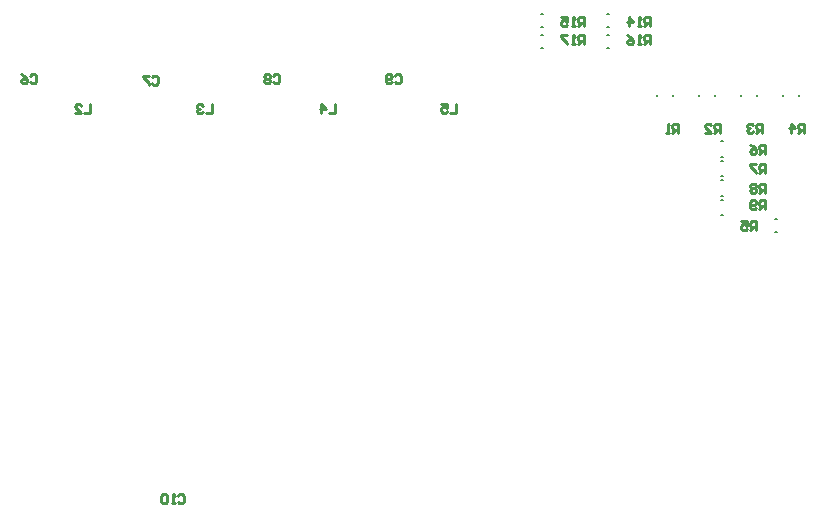
<source format=gbr>
%FSTAX23Y23*%
%MOIN*%
%SFA1B1*%

%IPPOS*%
%ADD42C,0.008000*%
%ADD43C,0.010000*%
%LNtemperature_monitor_&_display_legend_bot-1*%
%LPD*%
G54D42*
X02278Y01798D02*
X02282D01*
X02278Y01842D02*
X02282D01*
X02278Y01868D02*
X02282D01*
X02278Y01912D02*
X02282D01*
X02058Y01798D02*
X02062D01*
X02058Y01842D02*
X02062D01*
X02058Y01868D02*
X02062D01*
X02058Y01912D02*
X02062D01*
X02838Y01227D02*
X02842D01*
X02838Y01183D02*
X02842D01*
X02658Y01239D02*
X02662D01*
X02658Y01291D02*
X02662D01*
X02658Y01304D02*
X02662D01*
X02658Y01356D02*
X02662D01*
X02658Y01369D02*
X02662D01*
X02658Y01421D02*
X02662D01*
X02658Y01434D02*
X02662D01*
X02658Y01486D02*
X02662D01*
X02496Y01637D02*
Y01641D01*
X02444Y01637D02*
Y01641D01*
X02864Y01637D02*
Y01641D01*
X02916Y01637D02*
Y01641D01*
X02724Y01637D02*
Y01641D01*
X02776Y01637D02*
Y01641D01*
X02584Y01637D02*
Y01641D01*
X02636Y01637D02*
Y01641D01*
G54D43*
X022Y0181D02*
Y0184D01*
X02185*
X0218Y01835*
Y01825*
X02185Y0182*
X022*
X0219D02*
X0218Y0181D01*
X0217D02*
X0216D01*
X02165*
Y0184*
X0217Y01835*
X02145Y0184D02*
X02125D01*
Y01835*
X02145Y01815*
Y0181*
X0242D02*
Y0184D01*
X02405*
X024Y01835*
Y01825*
X02405Y0182*
X0242*
X0241D02*
X024Y0181D01*
X0239D02*
X0238D01*
X02385*
Y0184*
X0239Y01835*
X02345Y0184D02*
X02355Y01835D01*
X02365Y01825*
Y01815*
X0236Y0181*
X0235*
X02345Y01815*
Y0182*
X0235Y01825*
X02365*
X022Y0187D02*
Y019D01*
X02185*
X0218Y01895*
Y01885*
X02185Y0188*
X022*
X0219D02*
X0218Y0187D01*
X0217D02*
X0216D01*
X02165*
Y019*
X0217Y01895*
X02125Y019D02*
X02145D01*
Y01885*
X02135Y0189*
X0213*
X02125Y01885*
Y01875*
X0213Y0187*
X0214*
X02145Y01875*
X0242Y0187D02*
Y019D01*
X02405*
X024Y01895*
Y01885*
X02405Y0188*
X0242*
X0241D02*
X024Y0187D01*
X0239D02*
X0238D01*
X02385*
Y019*
X0239Y01895*
X0235Y0187D02*
Y019D01*
X02365Y01885*
X02345*
X02805Y0126D02*
Y0129D01*
X0279*
X02785Y01285*
Y01275*
X0279Y0127*
X02805*
X02795D02*
X02785Y0126D01*
X02775Y01265D02*
X0277Y0126D01*
X0276*
X02755Y01265*
Y01285*
X0276Y0129*
X0277*
X02775Y01285*
Y0128*
X0277Y01275*
X02755*
X02805Y01315D02*
Y01345D01*
X0279*
X02785Y0134*
Y0133*
X0279Y01325*
X02805*
X02795D02*
X02785Y01315D01*
X02775Y0134D02*
X0277Y01345D01*
X0276*
X02755Y0134*
Y01335*
X0276Y0133*
X02755Y01325*
Y0132*
X0276Y01315*
X0277*
X02775Y0132*
Y01325*
X0277Y0133*
X02775Y01335*
Y0134*
X0277Y0133D02*
X0276D01*
X02805Y0138D02*
Y0141D01*
X0279*
X02785Y01405*
Y01395*
X0279Y0139*
X02805*
X02795D02*
X02785Y0138D01*
X02775Y0141D02*
X02755D01*
Y01405*
X02775Y01385*
Y0138*
X02805Y01445D02*
Y01475D01*
X0279*
X02785Y0147*
Y0146*
X0279Y01455*
X02805*
X02795D02*
X02785Y01445D01*
X02755Y01475D02*
X02765Y0147D01*
X02775Y0146*
Y0145*
X0277Y01445*
X0276*
X02755Y0145*
Y01455*
X0276Y0146*
X02775*
Y0119D02*
Y0122D01*
X0276*
X02755Y01215*
Y01205*
X0276Y012*
X02775*
X02765D02*
X02755Y0119D01*
X02725Y0122D02*
X02745D01*
Y01205*
X02735Y0121*
X0273*
X02725Y01205*
Y01195*
X0273Y0119*
X0274*
X02745Y01195*
X02935Y01514D02*
Y01544D01*
X0292*
X02915Y01539*
Y01529*
X0292Y01524*
X02935*
X02925D02*
X02915Y01514D01*
X0289D02*
Y01544D01*
X02905Y01529*
X02885*
X02795Y01514D02*
Y01544D01*
X0278*
X02775Y01539*
Y01529*
X0278Y01524*
X02795*
X02785D02*
X02775Y01514D01*
X02765Y01539D02*
X0276Y01544D01*
X0275*
X02745Y01539*
Y01534*
X0275Y01529*
X02755*
X0275*
X02745Y01524*
Y01519*
X0275Y01514*
X0276*
X02765Y01519*
X02655Y01515D02*
Y01545D01*
X0264*
X02635Y0154*
Y0153*
X0264Y01525*
X02655*
X02645D02*
X02635Y01515D01*
X02605D02*
X02625D01*
X02605Y01535*
Y0154*
X0261Y01545*
X0262*
X02625Y0154*
X02515Y01514D02*
Y01544D01*
X025*
X02495Y01539*
Y01529*
X025Y01524*
X02515*
X02505D02*
X02495Y01514D01*
X02485D02*
X02475D01*
X0248*
Y01544*
X02485Y01539*
X01775Y01611D02*
Y01581D01*
X01755*
X01725Y01611D02*
X01745D01*
Y01596*
X01735Y01601*
X0173*
X01725Y01596*
Y01586*
X0173Y01581*
X0174*
X01745Y01586*
X0137Y0161D02*
Y0158D01*
X0135*
X01325D02*
Y0161D01*
X0134Y01595*
X0132*
X0096Y0161D02*
Y0158D01*
X0094*
X0093Y01605D02*
X00925Y0161D01*
X00915*
X0091Y01605*
Y016*
X00915Y01595*
X0092*
X00915*
X0091Y0159*
Y01585*
X00915Y0158*
X00925*
X0093Y01585*
X00555Y0161D02*
Y0158D01*
X00535*
X00505D02*
X00525D01*
X00505Y016*
Y01605*
X0051Y0161*
X0052*
X00525Y01605*
X00846Y00305D02*
X00851Y0031D01*
X00861*
X00866Y00305*
Y00285*
X00861Y0028*
X00851*
X00846Y00285*
X00836Y0028D02*
X00826D01*
X00831*
Y0031*
X00836Y00305*
X00811D02*
X00806Y0031D01*
X00796*
X00791Y00305*
Y00285*
X00796Y0028*
X00806*
X00811Y00285*
Y00305*
X01569Y01705D02*
X01574Y0171D01*
X01584*
X01589Y01705*
Y01685*
X01584Y0168*
X01574*
X01569Y01685*
X01559D02*
X01554Y0168D01*
X01544*
X01539Y01685*
Y01705*
X01544Y0171*
X01554*
X01559Y01705*
Y017*
X01554Y01695*
X01539*
X01165Y01705D02*
X0117Y0171D01*
X0118*
X01185Y01705*
Y01685*
X0118Y0168*
X0117*
X01165Y01685*
X01155Y01705D02*
X0115Y0171D01*
X0114*
X01135Y01705*
Y017*
X0114Y01695*
X01135Y0169*
Y01685*
X0114Y0168*
X0115*
X01155Y01685*
Y0169*
X0115Y01695*
X01155Y017*
Y01705*
X0115Y01695D02*
X0114D01*
X0076Y017D02*
X00765Y01705D01*
X00775*
X0078Y017*
Y0168*
X00775Y01675*
X00765*
X0076Y0168*
X0075Y01705D02*
X0073D01*
Y017*
X0075Y0168*
Y01675*
X00354Y01705D02*
X00359Y0171D01*
X00369*
X00374Y01705*
Y01685*
X00369Y0168*
X00359*
X00354Y01685*
X00324Y0171D02*
X00334Y01705D01*
X00344Y01695*
Y01685*
X00339Y0168*
X00329*
X00324Y01685*
Y0169*
X00329Y01695*
X00344*
M02*
</source>
